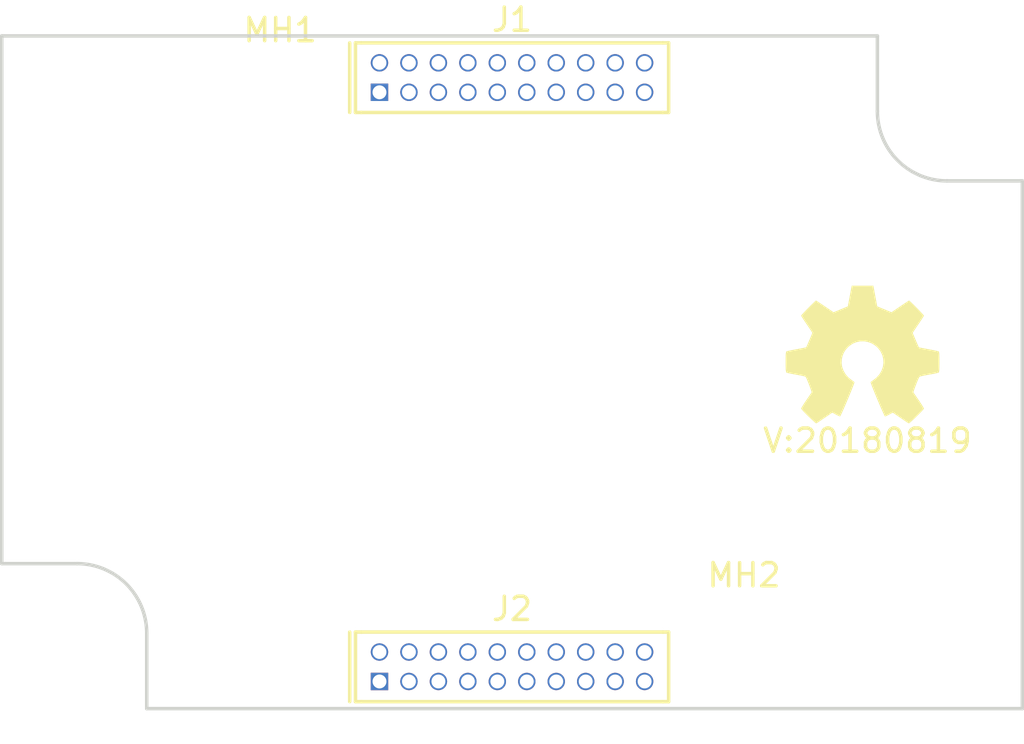
<source format=kicad_pcb>
(kicad_pcb (version 20171130) (host pcbnew 5.0.2-bee76a0~70~ubuntu18.04.1)

  (general
    (thickness 1.6)
    (drawings 10)
    (tracks 0)
    (zones 0)
    (modules 6)
    (nets 6)
  )

  (page A4)
  (layers
    (0 F.Cu signal)
    (31 B.Cu signal)
    (32 B.Adhes user)
    (33 F.Adhes user)
    (34 B.Paste user)
    (35 F.Paste user)
    (36 B.SilkS user)
    (37 F.SilkS user)
    (38 B.Mask user)
    (39 F.Mask user)
    (40 Dwgs.User user)
    (41 Cmts.User user)
    (42 Eco1.User user)
    (43 Eco2.User user)
    (44 Edge.Cuts user)
    (45 Margin user)
    (46 B.CrtYd user)
    (47 F.CrtYd user)
    (48 B.Fab user)
    (49 F.Fab user)
  )

  (setup
    (last_trace_width 0.1524)
    (user_trace_width 0.1524)
    (user_trace_width 0.2)
    (user_trace_width 0.3)
    (user_trace_width 0.4)
    (user_trace_width 0.6)
    (user_trace_width 1)
    (user_trace_width 1.5)
    (user_trace_width 2)
    (trace_clearance 0.1524)
    (zone_clearance 0.508)
    (zone_45_only no)
    (trace_min 0.1524)
    (segment_width 0.2)
    (edge_width 0.15)
    (via_size 0.381)
    (via_drill 0.254)
    (via_min_size 0.381)
    (via_min_drill 0.254)
    (user_via 0.45 0.254)
    (user_via 0.6 0.4)
    (user_via 0.8 0.6)
    (user_via 1 0.8)
    (user_via 1.3 1)
    (user_via 1.5 1.2)
    (user_via 1.7 1.4)
    (user_via 1.9 1.6)
    (uvia_size 0.6)
    (uvia_drill 0.3)
    (uvias_allowed no)
    (uvia_min_size 0.381)
    (uvia_min_drill 0.254)
    (pcb_text_width 0.3)
    (pcb_text_size 1.5 1.5)
    (mod_edge_width 0.15)
    (mod_text_size 1 1)
    (mod_text_width 0.15)
    (pad_size 1.524 1.524)
    (pad_drill 0.762)
    (pad_to_mask_clearance 0.2)
    (solder_mask_min_width 0.25)
    (aux_axis_origin 0 0)
    (visible_elements FFFFFF7F)
    (pcbplotparams
      (layerselection 0x00030_80000001)
      (usegerberextensions false)
      (usegerberattributes false)
      (usegerberadvancedattributes false)
      (creategerberjobfile false)
      (excludeedgelayer true)
      (linewidth 0.100000)
      (plotframeref false)
      (viasonmask false)
      (mode 1)
      (useauxorigin false)
      (hpglpennumber 1)
      (hpglpenspeed 20)
      (hpglpendiameter 15.000000)
      (psnegative false)
      (psa4output false)
      (plotreference true)
      (plotvalue true)
      (plotinvisibletext false)
      (padsonsilk false)
      (subtractmaskfromsilk false)
      (outputformat 1)
      (mirror false)
      (drillshape 1)
      (scaleselection 1)
      (outputdirectory ""))
  )

  (net 0 "")
  (net 1 VDD)
  (net 2 VSS)
  (net 3 VCC)
  (net 4 VDDA)
  (net 5 VSSA)

  (net_class Default "This is the default net class."
    (clearance 0.1524)
    (trace_width 0.1524)
    (via_dia 0.381)
    (via_drill 0.254)
    (uvia_dia 0.6)
    (uvia_drill 0.3)
    (add_net VCC)
    (add_net VDD)
    (add_net VDDA)
    (add_net VSS)
    (add_net VSSA)
  )

  (module Symbols:OSHW-Symbol_6.7x6mm_SilkScreen (layer F.Cu) (tedit 0) (tstamp 5A135134)
    (at 75.4 162.05)
    (descr "Open Source Hardware Symbol")
    (tags "Logo Symbol OSHW")
    (path /5A135869)
    (attr virtual)
    (fp_text reference N1 (at 0 0) (layer F.SilkS) hide
      (effects (font (size 1 1) (thickness 0.15)))
    )
    (fp_text value OHWLOGO (at 0.75 0) (layer F.Fab) hide
      (effects (font (size 1 1) (thickness 0.15)))
    )
    (fp_poly (pts (xy 0.555814 -2.531069) (xy 0.639635 -2.086445) (xy 0.94892 -1.958947) (xy 1.258206 -1.831449)
      (xy 1.629246 -2.083754) (xy 1.733157 -2.154004) (xy 1.827087 -2.216728) (xy 1.906652 -2.269062)
      (xy 1.96747 -2.308143) (xy 2.005157 -2.331107) (xy 2.015421 -2.336058) (xy 2.03391 -2.323324)
      (xy 2.07342 -2.288118) (xy 2.129522 -2.234938) (xy 2.197787 -2.168282) (xy 2.273786 -2.092646)
      (xy 2.353092 -2.012528) (xy 2.431275 -1.932426) (xy 2.503907 -1.856836) (xy 2.566559 -1.790255)
      (xy 2.614803 -1.737182) (xy 2.64421 -1.702113) (xy 2.651241 -1.690377) (xy 2.641123 -1.66874)
      (xy 2.612759 -1.621338) (xy 2.569129 -1.552807) (xy 2.513218 -1.467785) (xy 2.448006 -1.370907)
      (xy 2.410219 -1.31565) (xy 2.341343 -1.214752) (xy 2.28014 -1.123701) (xy 2.229578 -1.04703)
      (xy 2.192628 -0.989272) (xy 2.172258 -0.954957) (xy 2.169197 -0.947746) (xy 2.176136 -0.927252)
      (xy 2.195051 -0.879487) (xy 2.223087 -0.811168) (xy 2.257391 -0.729011) (xy 2.295109 -0.63973)
      (xy 2.333387 -0.550042) (xy 2.36937 -0.466662) (xy 2.400206 -0.396306) (xy 2.423039 -0.34569)
      (xy 2.435017 -0.321529) (xy 2.435724 -0.320578) (xy 2.454531 -0.315964) (xy 2.504618 -0.305672)
      (xy 2.580793 -0.290713) (xy 2.677865 -0.272099) (xy 2.790643 -0.250841) (xy 2.856442 -0.238582)
      (xy 2.97695 -0.215638) (xy 3.085797 -0.193805) (xy 3.177476 -0.174278) (xy 3.246481 -0.158252)
      (xy 3.287304 -0.146921) (xy 3.295511 -0.143326) (xy 3.303548 -0.118994) (xy 3.310033 -0.064041)
      (xy 3.31497 0.015108) (xy 3.318364 0.112026) (xy 3.320218 0.220287) (xy 3.320538 0.333465)
      (xy 3.319327 0.445135) (xy 3.31659 0.548868) (xy 3.312331 0.638241) (xy 3.306555 0.706826)
      (xy 3.299267 0.748197) (xy 3.294895 0.75681) (xy 3.268764 0.767133) (xy 3.213393 0.781892)
      (xy 3.136107 0.799352) (xy 3.04423 0.81778) (xy 3.012158 0.823741) (xy 2.857524 0.852066)
      (xy 2.735375 0.874876) (xy 2.641673 0.89308) (xy 2.572384 0.907583) (xy 2.523471 0.919292)
      (xy 2.490897 0.929115) (xy 2.470628 0.937956) (xy 2.458626 0.946724) (xy 2.456947 0.948457)
      (xy 2.440184 0.976371) (xy 2.414614 1.030695) (xy 2.382788 1.104777) (xy 2.34726 1.191965)
      (xy 2.310583 1.285608) (xy 2.275311 1.379052) (xy 2.243996 1.465647) (xy 2.219193 1.53874)
      (xy 2.203454 1.591678) (xy 2.199332 1.617811) (xy 2.199676 1.618726) (xy 2.213641 1.640086)
      (xy 2.245322 1.687084) (xy 2.291391 1.754827) (xy 2.348518 1.838423) (xy 2.413373 1.932982)
      (xy 2.431843 1.959854) (xy 2.497699 2.057275) (xy 2.55565 2.146163) (xy 2.602538 2.221412)
      (xy 2.635207 2.27792) (xy 2.6505 2.310581) (xy 2.651241 2.314593) (xy 2.638392 2.335684)
      (xy 2.602888 2.377464) (xy 2.549293 2.435445) (xy 2.482171 2.505135) (xy 2.406087 2.582045)
      (xy 2.325604 2.661683) (xy 2.245287 2.739561) (xy 2.169699 2.811186) (xy 2.103405 2.87207)
      (xy 2.050969 2.917721) (xy 2.016955 2.94365) (xy 2.007545 2.947883) (xy 1.985643 2.937912)
      (xy 1.9408 2.91102) (xy 1.880321 2.871736) (xy 1.833789 2.840117) (xy 1.749475 2.782098)
      (xy 1.649626 2.713784) (xy 1.549473 2.645579) (xy 1.495627 2.609075) (xy 1.313371 2.4858)
      (xy 1.160381 2.56852) (xy 1.090682 2.604759) (xy 1.031414 2.632926) (xy 0.991311 2.648991)
      (xy 0.981103 2.651226) (xy 0.968829 2.634722) (xy 0.944613 2.588082) (xy 0.910263 2.515609)
      (xy 0.867588 2.421606) (xy 0.818394 2.310374) (xy 0.76449 2.186215) (xy 0.707684 2.053432)
      (xy 0.649782 1.916327) (xy 0.592593 1.779202) (xy 0.537924 1.646358) (xy 0.487584 1.522098)
      (xy 0.44338 1.410725) (xy 0.407119 1.316539) (xy 0.380609 1.243844) (xy 0.365658 1.196941)
      (xy 0.363254 1.180833) (xy 0.382311 1.160286) (xy 0.424036 1.126933) (xy 0.479706 1.087702)
      (xy 0.484378 1.084599) (xy 0.628264 0.969423) (xy 0.744283 0.835053) (xy 0.83143 0.685784)
      (xy 0.888699 0.525913) (xy 0.915086 0.359737) (xy 0.909585 0.191552) (xy 0.87119 0.025655)
      (xy 0.798895 -0.133658) (xy 0.777626 -0.168513) (xy 0.666996 -0.309263) (xy 0.536302 -0.422286)
      (xy 0.390064 -0.506997) (xy 0.232808 -0.562806) (xy 0.069057 -0.589126) (xy -0.096667 -0.58537)
      (xy -0.259838 -0.55095) (xy -0.415935 -0.485277) (xy -0.560433 -0.387765) (xy -0.605131 -0.348187)
      (xy -0.718888 -0.224297) (xy -0.801782 -0.093876) (xy -0.858644 0.052315) (xy -0.890313 0.197088)
      (xy -0.898131 0.35986) (xy -0.872062 0.52344) (xy -0.814755 0.682298) (xy -0.728856 0.830906)
      (xy -0.617014 0.963735) (xy -0.481877 1.075256) (xy -0.464117 1.087011) (xy -0.40785 1.125508)
      (xy -0.365077 1.158863) (xy -0.344628 1.18016) (xy -0.344331 1.180833) (xy -0.348721 1.203871)
      (xy -0.366124 1.256157) (xy -0.394732 1.33339) (xy -0.432735 1.431268) (xy -0.478326 1.545491)
      (xy -0.529697 1.671758) (xy -0.585038 1.805767) (xy -0.642542 1.943218) (xy -0.700399 2.079808)
      (xy -0.756802 2.211237) (xy -0.809942 2.333205) (xy -0.85801 2.441409) (xy -0.899199 2.531549)
      (xy -0.931699 2.599323) (xy -0.953703 2.64043) (xy -0.962564 2.651226) (xy -0.98964 2.642819)
      (xy -1.040303 2.620272) (xy -1.105817 2.587613) (xy -1.141841 2.56852) (xy -1.294832 2.4858)
      (xy -1.477088 2.609075) (xy -1.570125 2.672228) (xy -1.671985 2.741727) (xy -1.767438 2.807165)
      (xy -1.81525 2.840117) (xy -1.882495 2.885273) (xy -1.939436 2.921057) (xy -1.978646 2.942938)
      (xy -1.991381 2.947563) (xy -2.009917 2.935085) (xy -2.050941 2.900252) (xy -2.110475 2.846678)
      (xy -2.184542 2.777983) (xy -2.269165 2.697781) (xy -2.322685 2.646286) (xy -2.416319 2.554286)
      (xy -2.497241 2.471999) (xy -2.562177 2.402945) (xy -2.607858 2.350644) (xy -2.631011 2.318616)
      (xy -2.633232 2.312116) (xy -2.622924 2.287394) (xy -2.594439 2.237405) (xy -2.550937 2.167212)
      (xy -2.495577 2.081875) (xy -2.43152 1.986456) (xy -2.413303 1.959854) (xy -2.346927 1.863167)
      (xy -2.287378 1.776117) (xy -2.237984 1.703595) (xy -2.202075 1.650493) (xy -2.182981 1.621703)
      (xy -2.181136 1.618726) (xy -2.183895 1.595782) (xy -2.198538 1.545336) (xy -2.222513 1.474041)
      (xy -2.253266 1.388547) (xy -2.288244 1.295507) (xy -2.324893 1.201574) (xy -2.360661 1.113399)
      (xy -2.392994 1.037634) (xy -2.419338 0.980931) (xy -2.437142 0.949943) (xy -2.438407 0.948457)
      (xy -2.449294 0.939601) (xy -2.467682 0.930843) (xy -2.497606 0.921277) (xy -2.543103 0.909996)
      (xy -2.608209 0.896093) (xy -2.696961 0.878663) (xy -2.813393 0.856798) (xy -2.961542 0.829591)
      (xy -2.993618 0.823741) (xy -3.088686 0.805374) (xy -3.171565 0.787405) (xy -3.23493 0.771569)
      (xy -3.271458 0.7596) (xy -3.276356 0.75681) (xy -3.284427 0.732072) (xy -3.290987 0.67679)
      (xy -3.296033 0.597389) (xy -3.299559 0.500296) (xy -3.301561 0.391938) (xy -3.302036 0.27874)
      (xy -3.300977 0.167128) (xy -3.298382 0.063529) (xy -3.294246 -0.025632) (xy -3.288563 -0.093928)
      (xy -3.281331 -0.134934) (xy -3.276971 -0.143326) (xy -3.252698 -0.151792) (xy -3.197426 -0.165565)
      (xy -3.116662 -0.18345) (xy -3.015912 -0.204252) (xy -2.900683 -0.226777) (xy -2.837902 -0.238582)
      (xy -2.718787 -0.260849) (xy -2.612565 -0.281021) (xy -2.524427 -0.298085) (xy -2.459566 -0.311031)
      (xy -2.423174 -0.318845) (xy -2.417184 -0.320578) (xy -2.407061 -0.34011) (xy -2.385662 -0.387157)
      (xy -2.355839 -0.454997) (xy -2.320445 -0.536909) (xy -2.282332 -0.626172) (xy -2.244353 -0.716065)
      (xy -2.20936 -0.799865) (xy -2.180206 -0.870853) (xy -2.159743 -0.922306) (xy -2.150823 -0.947503)
      (xy -2.150657 -0.948604) (xy -2.160769 -0.968481) (xy -2.189117 -1.014223) (xy -2.232723 -1.081283)
      (xy -2.288606 -1.165116) (xy -2.353787 -1.261174) (xy -2.391679 -1.31635) (xy -2.460725 -1.417519)
      (xy -2.52205 -1.50937) (xy -2.572663 -1.587256) (xy -2.609571 -1.646531) (xy -2.629782 -1.682549)
      (xy -2.632701 -1.690623) (xy -2.620153 -1.709416) (xy -2.585463 -1.749543) (xy -2.533063 -1.806507)
      (xy -2.467384 -1.875815) (xy -2.392856 -1.952969) (xy -2.313913 -2.033475) (xy -2.234983 -2.112837)
      (xy -2.1605 -2.18656) (xy -2.094894 -2.250148) (xy -2.042596 -2.299106) (xy -2.008039 -2.328939)
      (xy -1.996478 -2.336058) (xy -1.977654 -2.326047) (xy -1.932631 -2.297922) (xy -1.865787 -2.254546)
      (xy -1.781499 -2.198782) (xy -1.684144 -2.133494) (xy -1.610707 -2.083754) (xy -1.239667 -1.831449)
      (xy -0.621095 -2.086445) (xy -0.537275 -2.531069) (xy -0.453454 -2.975693) (xy 0.471994 -2.975693)
      (xy 0.555814 -2.531069)) (layer F.SilkS) (width 0.01))
  )

  (module SquantorLabels:Label_version (layer F.Cu) (tedit 5B5A1E49) (tstamp 5B7D93BE)
    (at 76.7 165.85)
    (path /5A1357A5)
    (fp_text reference N2 (at 0 1.4) (layer F.Fab) hide
      (effects (font (size 1 1) (thickness 0.15)))
    )
    (fp_text value 20180819 (at -0.4 -0.1) (layer F.SilkS)
      (effects (font (size 1 1) (thickness 0.15)))
    )
    (fp_text user V: (at -4.9 -0.1) (layer F.SilkS)
      (effects (font (size 1 1) (thickness 0.15)))
    )
  )

  (module SquantorConnectors:Header-0127-2X10-H006 locked (layer F.Cu) (tedit 5B313BA7) (tstamp 5B81CE41)
    (at 60.2996 150.1)
    (path /5B7AC4CB)
    (fp_text reference J1 (at 0 -2.5) (layer F.SilkS)
      (effects (font (size 1 1) (thickness 0.15)))
    )
    (fp_text value DevBoardDigital (at 0 2.5) (layer F.Fab)
      (effects (font (size 1 1) (thickness 0.15)))
    )
    (fp_line (start -7 -1.5) (end -7 1.5) (layer F.SilkS) (width 0.15))
    (fp_line (start 6.75 -1.5) (end 6.5 -1.5) (layer F.SilkS) (width 0.15))
    (fp_line (start 6.75 1.5) (end 6.75 -1.5) (layer F.SilkS) (width 0.15))
    (fp_line (start 6.5 1.5) (end 6.75 1.5) (layer F.SilkS) (width 0.15))
    (fp_line (start -6.75 1.5) (end -6.5 1.5) (layer F.SilkS) (width 0.15))
    (fp_line (start -6.75 -1.5) (end -6.75 1.5) (layer F.SilkS) (width 0.15))
    (fp_line (start -6.5 -1.5) (end -6.75 -1.5) (layer F.SilkS) (width 0.15))
    (fp_line (start 6.5 1.5) (end -6.5 1.5) (layer F.SilkS) (width 0.15))
    (fp_line (start -6.5 -1.5) (end 6.5 -1.5) (layer F.SilkS) (width 0.15))
    (pad 1 thru_hole rect (at -5.715 0.63089) (size 0.75 0.75) (drill 0.6) (layers *.Cu *.Mask)
      (net 1 VDD))
    (pad 2 thru_hole circle (at -5.715 -0.63911) (size 0.75 0.75) (drill 0.6) (layers *.Cu *.Mask)
      (net 1 VDD))
    (pad 3 thru_hole circle (at -4.445 0.63089) (size 0.75 0.75) (drill 0.6) (layers *.Cu *.Mask)
      (net 2 VSS))
    (pad 4 thru_hole circle (at -4.445 -0.63911) (size 0.75 0.75) (drill 0.6) (layers *.Cu *.Mask)
      (net 2 VSS))
    (pad 5 thru_hole circle (at -3.175 0.63089) (size 0.75 0.75) (drill 0.6) (layers *.Cu *.Mask))
    (pad 6 thru_hole circle (at -3.175 -0.63911) (size 0.75 0.75) (drill 0.6) (layers *.Cu *.Mask))
    (pad 7 thru_hole circle (at -1.905 0.63089) (size 0.75 0.75) (drill 0.6) (layers *.Cu *.Mask))
    (pad 8 thru_hole circle (at -1.905 -0.63911) (size 0.75 0.75) (drill 0.6) (layers *.Cu *.Mask))
    (pad 9 thru_hole circle (at -0.635 0.63089) (size 0.75 0.75) (drill 0.6) (layers *.Cu *.Mask))
    (pad 10 thru_hole circle (at -0.635 -0.63911) (size 0.75 0.75) (drill 0.6) (layers *.Cu *.Mask))
    (pad 11 thru_hole circle (at 0.635 0.63089) (size 0.75 0.75) (drill 0.6) (layers *.Cu *.Mask))
    (pad 12 thru_hole circle (at 0.635 -0.63911) (size 0.75 0.75) (drill 0.6) (layers *.Cu *.Mask))
    (pad 13 thru_hole circle (at 1.905 0.63089) (size 0.75 0.75) (drill 0.6) (layers *.Cu *.Mask))
    (pad 14 thru_hole circle (at 1.905 -0.63911) (size 0.75 0.75) (drill 0.6) (layers *.Cu *.Mask))
    (pad 15 thru_hole circle (at 3.175 0.63089) (size 0.75 0.75) (drill 0.6) (layers *.Cu *.Mask))
    (pad 16 thru_hole circle (at 3.175 -0.63911) (size 0.75 0.75) (drill 0.6) (layers *.Cu *.Mask))
    (pad 17 thru_hole circle (at 4.445 0.63089) (size 0.75 0.75) (drill 0.6) (layers *.Cu *.Mask))
    (pad 18 thru_hole circle (at 4.445 -0.63911) (size 0.75 0.75) (drill 0.6) (layers *.Cu *.Mask))
    (pad 19 thru_hole circle (at 5.715 0.63089) (size 0.75 0.75) (drill 0.6) (layers *.Cu *.Mask))
    (pad 20 thru_hole circle (at 5.715 -0.63911) (size 0.75 0.75) (drill 0.6) (layers *.Cu *.Mask))
  )

  (module SquantorConnectors:Header-0127-2X10-H006 (layer F.Cu) (tedit 5B313BA7) (tstamp 5B866FA7)
    (at 60.3 175.5)
    (path /5B7AC569)
    (fp_text reference J2 (at 0 -2.5) (layer F.SilkS)
      (effects (font (size 1 1) (thickness 0.15)))
    )
    (fp_text value DevBoardAnalog (at 0 2.5) (layer F.Fab)
      (effects (font (size 1 1) (thickness 0.15)))
    )
    (fp_line (start -7 -1.5) (end -7 1.5) (layer F.SilkS) (width 0.15))
    (fp_line (start 6.75 -1.5) (end 6.5 -1.5) (layer F.SilkS) (width 0.15))
    (fp_line (start 6.75 1.5) (end 6.75 -1.5) (layer F.SilkS) (width 0.15))
    (fp_line (start 6.5 1.5) (end 6.75 1.5) (layer F.SilkS) (width 0.15))
    (fp_line (start -6.75 1.5) (end -6.5 1.5) (layer F.SilkS) (width 0.15))
    (fp_line (start -6.75 -1.5) (end -6.75 1.5) (layer F.SilkS) (width 0.15))
    (fp_line (start -6.5 -1.5) (end -6.75 -1.5) (layer F.SilkS) (width 0.15))
    (fp_line (start 6.5 1.5) (end -6.5 1.5) (layer F.SilkS) (width 0.15))
    (fp_line (start -6.5 -1.5) (end 6.5 -1.5) (layer F.SilkS) (width 0.15))
    (pad 1 thru_hole rect (at -5.715 0.63089) (size 0.75 0.75) (drill 0.6) (layers *.Cu *.Mask)
      (net 3 VCC))
    (pad 2 thru_hole circle (at -5.715 -0.63911) (size 0.75 0.75) (drill 0.6) (layers *.Cu *.Mask)
      (net 3 VCC))
    (pad 3 thru_hole circle (at -4.445 0.63089) (size 0.75 0.75) (drill 0.6) (layers *.Cu *.Mask)
      (net 2 VSS))
    (pad 4 thru_hole circle (at -4.445 -0.63911) (size 0.75 0.75) (drill 0.6) (layers *.Cu *.Mask)
      (net 2 VSS))
    (pad 5 thru_hole circle (at -3.175 0.63089) (size 0.75 0.75) (drill 0.6) (layers *.Cu *.Mask)
      (net 4 VDDA))
    (pad 6 thru_hole circle (at -3.175 -0.63911) (size 0.75 0.75) (drill 0.6) (layers *.Cu *.Mask)
      (net 4 VDDA))
    (pad 7 thru_hole circle (at -1.905 0.63089) (size 0.75 0.75) (drill 0.6) (layers *.Cu *.Mask)
      (net 5 VSSA))
    (pad 8 thru_hole circle (at -1.905 -0.63911) (size 0.75 0.75) (drill 0.6) (layers *.Cu *.Mask)
      (net 5 VSSA))
    (pad 9 thru_hole circle (at -0.635 0.63089) (size 0.75 0.75) (drill 0.6) (layers *.Cu *.Mask))
    (pad 10 thru_hole circle (at -0.635 -0.63911) (size 0.75 0.75) (drill 0.6) (layers *.Cu *.Mask))
    (pad 11 thru_hole circle (at 0.635 0.63089) (size 0.75 0.75) (drill 0.6) (layers *.Cu *.Mask))
    (pad 12 thru_hole circle (at 0.635 -0.63911) (size 0.75 0.75) (drill 0.6) (layers *.Cu *.Mask))
    (pad 13 thru_hole circle (at 1.905 0.63089) (size 0.75 0.75) (drill 0.6) (layers *.Cu *.Mask))
    (pad 14 thru_hole circle (at 1.905 -0.63911) (size 0.75 0.75) (drill 0.6) (layers *.Cu *.Mask))
    (pad 15 thru_hole circle (at 3.175 0.63089) (size 0.75 0.75) (drill 0.6) (layers *.Cu *.Mask))
    (pad 16 thru_hole circle (at 3.175 -0.63911) (size 0.75 0.75) (drill 0.6) (layers *.Cu *.Mask))
    (pad 17 thru_hole circle (at 4.445 0.63089) (size 0.75 0.75) (drill 0.6) (layers *.Cu *.Mask))
    (pad 18 thru_hole circle (at 4.445 -0.63911) (size 0.75 0.75) (drill 0.6) (layers *.Cu *.Mask))
    (pad 19 thru_hole circle (at 5.715 0.63089) (size 0.75 0.75) (drill 0.6) (layers *.Cu *.Mask))
    (pad 20 thru_hole circle (at 5.715 -0.63911) (size 0.75 0.75) (drill 0.6) (layers *.Cu *.Mask))
  )

  (module SquantorPcbOutline:MountingHole_2.5mm_no_metal locked (layer F.Cu) (tedit 5B1CFFB2) (tstamp 5B89BEB8)
    (at 50.3 151.05)
    (path /5B7AD05B)
    (fp_text reference MH1 (at 0 -3) (layer F.SilkS)
      (effects (font (size 1 1) (thickness 0.15)))
    )
    (fp_text value MountingHole (at 0 3) (layer F.Fab)
      (effects (font (size 1 1) (thickness 0.15)))
    )
    (pad "" np_thru_hole circle (at 0 0) (size 2.5 2.5) (drill 2.5) (layers *.Cu *.Mask))
  )

  (module SquantorPcbOutline:MountingHole_2.5mm_no_metal locked (layer F.Cu) (tedit 5B1CFFB2) (tstamp 5B89BEBD)
    (at 70.3 174.55)
    (path /5B7AD009)
    (fp_text reference MH2 (at 0 -3) (layer F.SilkS)
      (effects (font (size 1 1) (thickness 0.15)))
    )
    (fp_text value MountingHole (at 0 3) (layer F.Fab)
      (effects (font (size 1 1) (thickness 0.15)))
    )
    (pad "" np_thru_hole circle (at 0 0) (size 2.5 2.5) (drill 2.5) (layers *.Cu *.Mask))
  )

  (gr_arc (start 41.55 174.05) (end 44.55 174.05) (angle -90) (layer Edge.Cuts) (width 0.15))
  (gr_arc (start 79.05 151.55) (end 76.05 151.55) (angle -90) (layer Edge.Cuts) (width 0.15))
  (gr_line (start 38.3 171.05) (end 38.3 148.3) (layer Edge.Cuts) (width 0.15))
  (gr_line (start 41.55 171.05) (end 38.3 171.05) (layer Edge.Cuts) (width 0.15))
  (gr_line (start 44.55 177.3) (end 44.55 174.05) (layer Edge.Cuts) (width 0.15))
  (gr_line (start 82.3 177.3) (end 44.55 177.3) (layer Edge.Cuts) (width 0.15))
  (gr_line (start 82.3 154.55) (end 82.3 177.3) (layer Edge.Cuts) (width 0.15))
  (gr_line (start 79.05 154.55) (end 82.3 154.55) (layer Edge.Cuts) (width 0.15))
  (gr_line (start 76.05 148.3) (end 76.05 151.55) (layer Edge.Cuts) (width 0.15))
  (gr_line (start 38.3 148.3) (end 76.05 148.3) (layer Edge.Cuts) (width 0.15))

)

</source>
